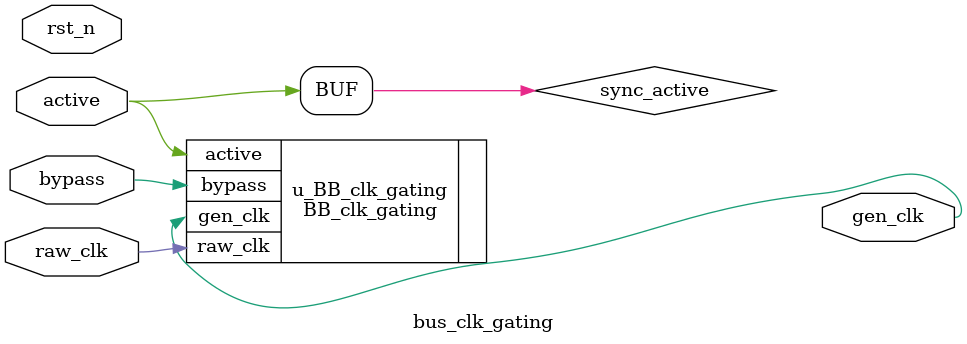
<source format=v>
module bus_clk_gating #(
    parameter DOMAIN = 1
) (
    input  raw_clk,
    input  active,
    input  bypass,
    input  rst_n,
    output gen_clk
);

  wire sync_active;
  //================================================================
  // synchronize the active signal for D3 domain IP
  //================================================================
  generate
    if (DOMAIN == 3) begin : domain_3
      BB_signal_sync #(
          .STAGE_NUM(2),
          .DW       (1)
      ) u_BB_signal_sync (
          .src_signal(active),
          .rst_n     (rst_n),
          .clk       (raw_clk),
          .gen_signal(sync_active)
      );
    end else begin :domain_1_2
      assign sync_active = active;
    end
  endgenerate

  BB_clk_gating u_BB_clk_gating (
      .raw_clk(raw_clk),
      .active (sync_active),
      .bypass (bypass),
      .gen_clk(gen_clk)
  );

endmodule
// spyglass enable_block W240

</source>
